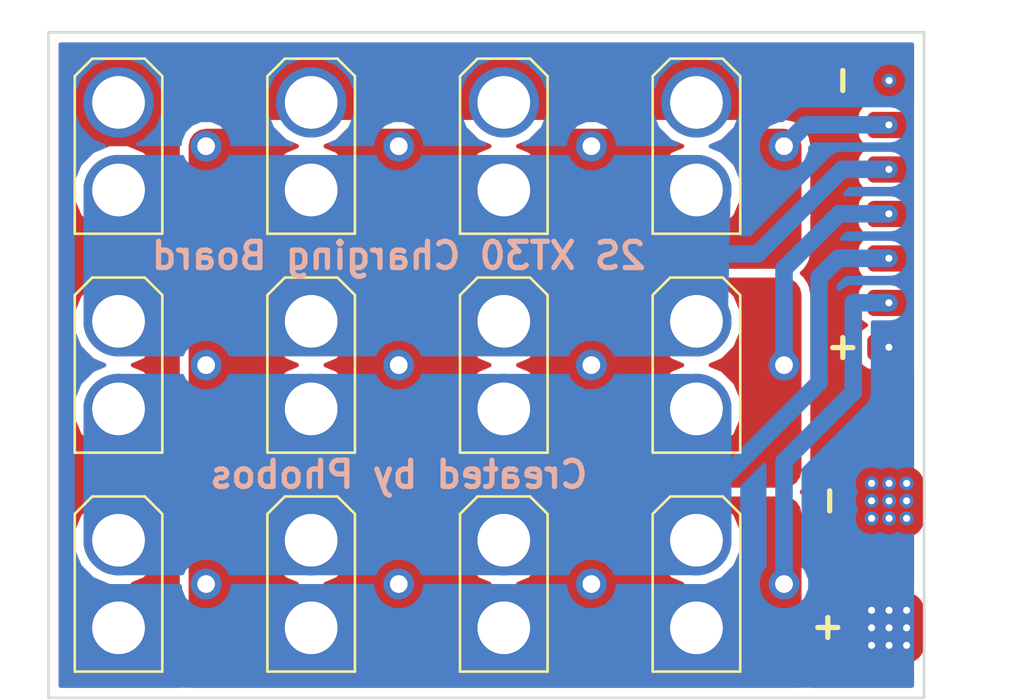
<source format=kicad_pcb>
(kicad_pcb (version 20171130) (host pcbnew "(5.0.0-rc2-215-g0748c118d)")

  (general
    (thickness 1.6)
    (drawings 11)
    (tracks 80)
    (zones 0)
    (modules 6)
    (nets 8)
  )

  (page A4)
  (layers
    (0 F.Cu signal)
    (31 B.Cu signal)
    (32 B.Adhes user)
    (33 F.Adhes user)
    (34 B.Paste user)
    (35 F.Paste user)
    (36 B.SilkS user)
    (37 F.SilkS user)
    (38 B.Mask user)
    (39 F.Mask user)
    (40 Dwgs.User user)
    (41 Cmts.User user)
    (42 Eco1.User user)
    (43 Eco2.User user)
    (44 Edge.Cuts user)
    (45 Margin user)
    (46 B.CrtYd user)
    (47 F.CrtYd user)
    (48 B.Fab user)
    (49 F.Fab user)
  )

  (setup
    (last_trace_width 0.25)
    (user_trace_width 1)
    (user_trace_width 3)
    (trace_clearance 0.2)
    (zone_clearance 0.5)
    (zone_45_only no)
    (trace_min 0.2)
    (segment_width 0.2)
    (edge_width 0.15)
    (via_size 0.8)
    (via_drill 0.4)
    (via_min_size 0.4)
    (via_min_drill 0.3)
    (user_via 1.75 1)
    (user_via 4 3)
    (uvia_size 0.3)
    (uvia_drill 0.1)
    (uvias_allowed no)
    (uvia_min_size 0.2)
    (uvia_min_drill 0.1)
    (pcb_text_width 0.3)
    (pcb_text_size 1.5 1.5)
    (mod_edge_width 0.15)
    (mod_text_size 1 1)
    (mod_text_width 0.15)
    (pad_size 1.524 1.524)
    (pad_drill 0.762)
    (pad_to_mask_clearance 0.2)
    (aux_axis_origin 0 0)
    (visible_elements 7FFFFFFF)
    (pcbplotparams
      (layerselection 0x010fc_ffffffff)
      (usegerberextensions false)
      (usegerberattributes false)
      (usegerberadvancedattributes false)
      (creategerberjobfile false)
      (excludeedgelayer true)
      (linewidth 0.100000)
      (plotframeref false)
      (viasonmask false)
      (mode 1)
      (useauxorigin false)
      (hpglpennumber 1)
      (hpglpenspeed 20)
      (hpglpendiameter 15.000000)
      (psnegative false)
      (psa4output false)
      (plotreference true)
      (plotvalue true)
      (plotinvisibletext false)
      (padsonsilk false)
      (subtractmaskfromsilk false)
      (outputformat 1)
      (mirror false)
      (drillshape 1)
      (scaleselection 1)
      (outputdirectory ""))
  )

  (net 0 "")
  (net 1 VCC)
  (net 2 GND)
  (net 3 "Net-(J1-Pad3)")
  (net 4 "Net-(J1-Pad6)")
  (net 5 "Net-(J1-Pad2)")
  (net 6 "Net-(J1-Pad5)")
  (net 7 "Net-(J1-Pad8)")

  (net_class Default "This is the default net class."
    (clearance 0.2)
    (trace_width 0.25)
    (via_dia 0.8)
    (via_drill 0.4)
    (uvia_dia 0.3)
    (uvia_drill 0.1)
    (add_net GND)
    (add_net "Net-(J1-Pad2)")
    (add_net "Net-(J1-Pad3)")
    (add_net "Net-(J1-Pad5)")
    (add_net "Net-(J1-Pad6)")
    (add_net "Net-(J1-Pad8)")
    (add_net VCC)
  )

  (module custom:xt30_3 (layer F.Cu) (tedit 5BAFA179) (tstamp 5BAF5C92)
    (at 139 103)
    (path /5BB0BEDF)
    (fp_text reference J4 (at 0 20) (layer F.SilkS) hide
      (effects (font (size 1 1) (thickness 0.15)))
    )
    (fp_text value Conn_01x09_Male (at 0 -20) (layer F.Fab)
      (effects (font (size 1 1) (thickness 0.15)))
    )
    (fp_line (start 2.5 -7.5) (end -2.5 -7.5) (layer F.SilkS) (width 0.15))
    (fp_line (start 2.5 5) (end -2.5 5) (layer F.SilkS) (width 0.15))
    (fp_line (start 2.5 17.5) (end -2.5 17.5) (layer F.SilkS) (width 0.15))
    (fp_line (start -2.5 17.5) (end -2.5 8.5) (layer F.SilkS) (width 0.15))
    (fp_line (start -2.5 8.5) (end -1.5 7.5) (layer F.SilkS) (width 0.15))
    (fp_line (start -1.5 7.5) (end 1.5 7.5) (layer F.SilkS) (width 0.15))
    (fp_line (start 1.5 7.5) (end 2.5 8.5) (layer F.SilkS) (width 0.15))
    (fp_line (start 2.5 8.5) (end 2.5 17.5) (layer F.SilkS) (width 0.15))
    (fp_line (start -2.5 5) (end -2.5 -4) (layer F.SilkS) (width 0.15))
    (fp_line (start -2.5 -4) (end -1.5 -5) (layer F.SilkS) (width 0.15))
    (fp_line (start -1.5 -5) (end 1.5 -5) (layer F.SilkS) (width 0.15))
    (fp_line (start 1.5 -5) (end 2.5 -4) (layer F.SilkS) (width 0.15))
    (fp_line (start 2.5 -4) (end 2.5 5) (layer F.SilkS) (width 0.15))
    (fp_line (start 2.5 -7.5) (end 2.5 -16.5) (layer F.SilkS) (width 0.15))
    (fp_line (start 2.5 -16.5) (end 1.5 -17.5) (layer F.SilkS) (width 0.15))
    (fp_line (start 1.5 -17.5) (end -1.5 -17.5) (layer F.SilkS) (width 0.15))
    (fp_line (start -1.5 -17.5) (end -2.5 -16.5) (layer F.SilkS) (width 0.15))
    (fp_line (start -2.5 -16.5) (end -2.5 -7.5) (layer F.SilkS) (width 0.15))
    (pad 2 thru_hole circle (at 5 12.5) (size 1.75 1.75) (drill 1) (layers *.Cu *.Mask)
      (net 5 "Net-(J1-Pad2)"))
    (pad 5 thru_hole circle (at 5 0) (size 1.75 1.75) (drill 1) (layers *.Cu *.Mask)
      (net 6 "Net-(J1-Pad5)"))
    (pad 8 thru_hole circle (at 5 -12.5) (size 1.75 1.75) (drill 1) (layers *.Cu *.Mask)
      (net 7 "Net-(J1-Pad8)"))
    (pad 1 thru_hole circle (at 0 15) (size 4 4) (drill 3) (layers *.Cu *.Mask)
      (net 1 VCC))
    (pad 3 thru_hole circle (at 0 10) (size 4 4) (drill 3) (layers *.Cu *.Mask)
      (net 3 "Net-(J1-Pad3)"))
    (pad 4 thru_hole circle (at 0 2.5) (size 4 4) (drill 3) (layers *.Cu *.Mask)
      (net 3 "Net-(J1-Pad3)"))
    (pad 6 thru_hole circle (at 0 -2.5) (size 4 4) (drill 3) (layers *.Cu *.Mask)
      (net 4 "Net-(J1-Pad6)"))
    (pad 7 thru_hole circle (at 0 -10) (size 4 4) (drill 3) (layers *.Cu *.Mask)
      (net 4 "Net-(J1-Pad6)"))
    (pad 9 thru_hole circle (at 0 -15) (size 4 4) (drill 3) (layers *.Cu *.Mask)
      (net 2 GND))
  )

  (module custom:xt30_3 (layer F.Cu) (tedit 5BAFA179) (tstamp 5BAF5C79)
    (at 128 103)
    (path /5BB0BEB7)
    (fp_text reference J3 (at 0 20) (layer F.SilkS) hide
      (effects (font (size 1 1) (thickness 0.15)))
    )
    (fp_text value Conn_01x09_Male (at 0 -20) (layer F.Fab)
      (effects (font (size 1 1) (thickness 0.15)))
    )
    (fp_line (start 2.5 -7.5) (end -2.5 -7.5) (layer F.SilkS) (width 0.15))
    (fp_line (start 2.5 5) (end -2.5 5) (layer F.SilkS) (width 0.15))
    (fp_line (start 2.5 17.5) (end -2.5 17.5) (layer F.SilkS) (width 0.15))
    (fp_line (start -2.5 17.5) (end -2.5 8.5) (layer F.SilkS) (width 0.15))
    (fp_line (start -2.5 8.5) (end -1.5 7.5) (layer F.SilkS) (width 0.15))
    (fp_line (start -1.5 7.5) (end 1.5 7.5) (layer F.SilkS) (width 0.15))
    (fp_line (start 1.5 7.5) (end 2.5 8.5) (layer F.SilkS) (width 0.15))
    (fp_line (start 2.5 8.5) (end 2.5 17.5) (layer F.SilkS) (width 0.15))
    (fp_line (start -2.5 5) (end -2.5 -4) (layer F.SilkS) (width 0.15))
    (fp_line (start -2.5 -4) (end -1.5 -5) (layer F.SilkS) (width 0.15))
    (fp_line (start -1.5 -5) (end 1.5 -5) (layer F.SilkS) (width 0.15))
    (fp_line (start 1.5 -5) (end 2.5 -4) (layer F.SilkS) (width 0.15))
    (fp_line (start 2.5 -4) (end 2.5 5) (layer F.SilkS) (width 0.15))
    (fp_line (start 2.5 -7.5) (end 2.5 -16.5) (layer F.SilkS) (width 0.15))
    (fp_line (start 2.5 -16.5) (end 1.5 -17.5) (layer F.SilkS) (width 0.15))
    (fp_line (start 1.5 -17.5) (end -1.5 -17.5) (layer F.SilkS) (width 0.15))
    (fp_line (start -1.5 -17.5) (end -2.5 -16.5) (layer F.SilkS) (width 0.15))
    (fp_line (start -2.5 -16.5) (end -2.5 -7.5) (layer F.SilkS) (width 0.15))
    (pad 2 thru_hole circle (at 5 12.5) (size 1.75 1.75) (drill 1) (layers *.Cu *.Mask)
      (net 5 "Net-(J1-Pad2)"))
    (pad 5 thru_hole circle (at 5 0) (size 1.75 1.75) (drill 1) (layers *.Cu *.Mask)
      (net 6 "Net-(J1-Pad5)"))
    (pad 8 thru_hole circle (at 5 -12.5) (size 1.75 1.75) (drill 1) (layers *.Cu *.Mask)
      (net 7 "Net-(J1-Pad8)"))
    (pad 1 thru_hole circle (at 0 15) (size 4 4) (drill 3) (layers *.Cu *.Mask)
      (net 1 VCC))
    (pad 3 thru_hole circle (at 0 10) (size 4 4) (drill 3) (layers *.Cu *.Mask)
      (net 3 "Net-(J1-Pad3)"))
    (pad 4 thru_hole circle (at 0 2.5) (size 4 4) (drill 3) (layers *.Cu *.Mask)
      (net 3 "Net-(J1-Pad3)"))
    (pad 6 thru_hole circle (at 0 -2.5) (size 4 4) (drill 3) (layers *.Cu *.Mask)
      (net 4 "Net-(J1-Pad6)"))
    (pad 7 thru_hole circle (at 0 -10) (size 4 4) (drill 3) (layers *.Cu *.Mask)
      (net 4 "Net-(J1-Pad6)"))
    (pad 9 thru_hole circle (at 0 -15) (size 4 4) (drill 3) (layers *.Cu *.Mask)
      (net 2 GND))
  )

  (module custom:xt30_3 (layer F.Cu) (tedit 5BAFA179) (tstamp 5BAF5C60)
    (at 117 103)
    (path /5BB0BE81)
    (fp_text reference J2 (at 0 20) (layer F.SilkS) hide
      (effects (font (size 1 1) (thickness 0.15)))
    )
    (fp_text value Conn_01x09_Male (at 0 -20) (layer F.Fab)
      (effects (font (size 1 1) (thickness 0.15)))
    )
    (fp_line (start 2.5 -7.5) (end -2.5 -7.5) (layer F.SilkS) (width 0.15))
    (fp_line (start 2.5 5) (end -2.5 5) (layer F.SilkS) (width 0.15))
    (fp_line (start 2.5 17.5) (end -2.5 17.5) (layer F.SilkS) (width 0.15))
    (fp_line (start -2.5 17.5) (end -2.5 8.5) (layer F.SilkS) (width 0.15))
    (fp_line (start -2.5 8.5) (end -1.5 7.5) (layer F.SilkS) (width 0.15))
    (fp_line (start -1.5 7.5) (end 1.5 7.5) (layer F.SilkS) (width 0.15))
    (fp_line (start 1.5 7.5) (end 2.5 8.5) (layer F.SilkS) (width 0.15))
    (fp_line (start 2.5 8.5) (end 2.5 17.5) (layer F.SilkS) (width 0.15))
    (fp_line (start -2.5 5) (end -2.5 -4) (layer F.SilkS) (width 0.15))
    (fp_line (start -2.5 -4) (end -1.5 -5) (layer F.SilkS) (width 0.15))
    (fp_line (start -1.5 -5) (end 1.5 -5) (layer F.SilkS) (width 0.15))
    (fp_line (start 1.5 -5) (end 2.5 -4) (layer F.SilkS) (width 0.15))
    (fp_line (start 2.5 -4) (end 2.5 5) (layer F.SilkS) (width 0.15))
    (fp_line (start 2.5 -7.5) (end 2.5 -16.5) (layer F.SilkS) (width 0.15))
    (fp_line (start 2.5 -16.5) (end 1.5 -17.5) (layer F.SilkS) (width 0.15))
    (fp_line (start 1.5 -17.5) (end -1.5 -17.5) (layer F.SilkS) (width 0.15))
    (fp_line (start -1.5 -17.5) (end -2.5 -16.5) (layer F.SilkS) (width 0.15))
    (fp_line (start -2.5 -16.5) (end -2.5 -7.5) (layer F.SilkS) (width 0.15))
    (pad 2 thru_hole circle (at 5 12.5) (size 1.75 1.75) (drill 1) (layers *.Cu *.Mask)
      (net 5 "Net-(J1-Pad2)"))
    (pad 5 thru_hole circle (at 5 0) (size 1.75 1.75) (drill 1) (layers *.Cu *.Mask)
      (net 6 "Net-(J1-Pad5)"))
    (pad 8 thru_hole circle (at 5 -12.5) (size 1.75 1.75) (drill 1) (layers *.Cu *.Mask)
      (net 7 "Net-(J1-Pad8)"))
    (pad 1 thru_hole circle (at 0 15) (size 4 4) (drill 3) (layers *.Cu *.Mask)
      (net 1 VCC))
    (pad 3 thru_hole circle (at 0 10) (size 4 4) (drill 3) (layers *.Cu *.Mask)
      (net 3 "Net-(J1-Pad3)"))
    (pad 4 thru_hole circle (at 0 2.5) (size 4 4) (drill 3) (layers *.Cu *.Mask)
      (net 3 "Net-(J1-Pad3)"))
    (pad 6 thru_hole circle (at 0 -2.5) (size 4 4) (drill 3) (layers *.Cu *.Mask)
      (net 4 "Net-(J1-Pad6)"))
    (pad 7 thru_hole circle (at 0 -10) (size 4 4) (drill 3) (layers *.Cu *.Mask)
      (net 4 "Net-(J1-Pad6)"))
    (pad 9 thru_hole circle (at 0 -15) (size 4 4) (drill 3) (layers *.Cu *.Mask)
      (net 2 GND))
  )

  (module custom:xt30_3 (layer F.Cu) (tedit 5BAFA179) (tstamp 5BAF89A4)
    (at 106 103)
    (path /5BB0BFD3)
    (fp_text reference J1 (at 0 20) (layer F.SilkS) hide
      (effects (font (size 1 1) (thickness 0.15)))
    )
    (fp_text value Conn_01x09_Male (at 0 -20) (layer F.Fab)
      (effects (font (size 1 1) (thickness 0.15)))
    )
    (fp_line (start 2.5 -7.5) (end -2.5 -7.5) (layer F.SilkS) (width 0.15))
    (fp_line (start 2.5 5) (end -2.5 5) (layer F.SilkS) (width 0.15))
    (fp_line (start 2.5 17.5) (end -2.5 17.5) (layer F.SilkS) (width 0.15))
    (fp_line (start -2.5 17.5) (end -2.5 8.5) (layer F.SilkS) (width 0.15))
    (fp_line (start -2.5 8.5) (end -1.5 7.5) (layer F.SilkS) (width 0.15))
    (fp_line (start -1.5 7.5) (end 1.5 7.5) (layer F.SilkS) (width 0.15))
    (fp_line (start 1.5 7.5) (end 2.5 8.5) (layer F.SilkS) (width 0.15))
    (fp_line (start 2.5 8.5) (end 2.5 17.5) (layer F.SilkS) (width 0.15))
    (fp_line (start -2.5 5) (end -2.5 -4) (layer F.SilkS) (width 0.15))
    (fp_line (start -2.5 -4) (end -1.5 -5) (layer F.SilkS) (width 0.15))
    (fp_line (start -1.5 -5) (end 1.5 -5) (layer F.SilkS) (width 0.15))
    (fp_line (start 1.5 -5) (end 2.5 -4) (layer F.SilkS) (width 0.15))
    (fp_line (start 2.5 -4) (end 2.5 5) (layer F.SilkS) (width 0.15))
    (fp_line (start 2.5 -7.5) (end 2.5 -16.5) (layer F.SilkS) (width 0.15))
    (fp_line (start 2.5 -16.5) (end 1.5 -17.5) (layer F.SilkS) (width 0.15))
    (fp_line (start 1.5 -17.5) (end -1.5 -17.5) (layer F.SilkS) (width 0.15))
    (fp_line (start -1.5 -17.5) (end -2.5 -16.5) (layer F.SilkS) (width 0.15))
    (fp_line (start -2.5 -16.5) (end -2.5 -7.5) (layer F.SilkS) (width 0.15))
    (pad 2 thru_hole circle (at 5 12.5) (size 1.75 1.75) (drill 1) (layers *.Cu *.Mask)
      (net 5 "Net-(J1-Pad2)"))
    (pad 5 thru_hole circle (at 5 0) (size 1.75 1.75) (drill 1) (layers *.Cu *.Mask)
      (net 6 "Net-(J1-Pad5)"))
    (pad 8 thru_hole circle (at 5 -12.5) (size 1.75 1.75) (drill 1) (layers *.Cu *.Mask)
      (net 7 "Net-(J1-Pad8)"))
    (pad 1 thru_hole circle (at 0 15) (size 4 4) (drill 3) (layers *.Cu *.Mask)
      (net 1 VCC))
    (pad 3 thru_hole circle (at 0 10) (size 4 4) (drill 3) (layers *.Cu *.Mask)
      (net 3 "Net-(J1-Pad3)"))
    (pad 4 thru_hole circle (at 0 2.5) (size 4 4) (drill 3) (layers *.Cu *.Mask)
      (net 3 "Net-(J1-Pad3)"))
    (pad 6 thru_hole circle (at 0 -2.5) (size 4 4) (drill 3) (layers *.Cu *.Mask)
      (net 4 "Net-(J1-Pad6)"))
    (pad 7 thru_hole circle (at 0 -10) (size 4 4) (drill 3) (layers *.Cu *.Mask)
      (net 4 "Net-(J1-Pad6)"))
    (pad 9 thru_hole circle (at 0 -15) (size 4 4) (drill 3) (layers *.Cu *.Mask)
      (net 2 GND))
  )

  (module custom:balance_plug (layer F.Cu) (tedit 5BAFA1EB) (tstamp 5BAF5FA5)
    (at 150 94.37)
    (path /5BB21CE2)
    (fp_text reference J6 (at 0 10.16) (layer F.SilkS) hide
      (effects (font (size 1 1) (thickness 0.15)))
    )
    (fp_text value Conn_01x07_Female (at 0 -8.89) (layer F.Fab)
      (effects (font (size 1 1) (thickness 0.15)))
    )
    (pad 1 smd roundrect (at 0 7.62) (size 2.5 1.5) (layers F.Cu F.Paste F.Mask) (roundrect_rratio 0.25)
      (net 1 VCC))
    (pad 2 smd roundrect (at 0 5.08) (size 2.5 1.5) (layers F.Cu F.Paste F.Mask) (roundrect_rratio 0.25)
      (net 5 "Net-(J1-Pad2)"))
    (pad 3 smd roundrect (at 0 2.54) (size 2.5 1.5) (layers F.Cu F.Paste F.Mask) (roundrect_rratio 0.25)
      (net 3 "Net-(J1-Pad3)"))
    (pad 4 smd roundrect (at 0 0) (size 2.5 1.5) (layers F.Cu F.Paste F.Mask) (roundrect_rratio 0.25)
      (net 6 "Net-(J1-Pad5)"))
    (pad 5 smd roundrect (at 0 -2.54) (size 2.5 1.5) (layers F.Cu F.Paste F.Mask) (roundrect_rratio 0.25)
      (net 4 "Net-(J1-Pad6)"))
    (pad 6 smd roundrect (at 0 -5.08) (size 2.5 1.5) (layers F.Cu F.Paste F.Mask) (roundrect_rratio 0.25)
      (net 7 "Net-(J1-Pad8)"))
    (pad 7 smd roundrect (at 0 -7.62) (size 2.5 1.5) (layers F.Cu F.Paste F.Mask) (roundrect_rratio 0.25)
      (net 2 GND))
  )

  (module custom:xt60_pad (layer F.Cu) (tedit 5BAFA200) (tstamp 5BAF5C2E)
    (at 150 114.4)
    (path /5BB5B31A)
    (fp_text reference J5 (at 0 0.762) (layer F.SilkS) hide
      (effects (font (size 1 1) (thickness 0.15)))
    )
    (fp_text value Conn_01x02_Female (at 0 -0.762) (layer F.Fab)
      (effects (font (size 1 1) (thickness 0.15)))
    )
    (pad 1 smd roundrect (at 0 3.6) (size 4 4) (layers F.Cu F.Paste F.Mask) (roundrect_rratio 0.25)
      (net 1 VCC))
    (pad 2 smd roundrect (at 0 -3.6) (size 4 4) (layers F.Cu F.Paste F.Mask) (roundrect_rratio 0.25)
      (net 2 GND))
  )

  (gr_text "2S XT30 Charging Board" (at 122 96.75) (layer B.SilkS)
    (effects (font (size 1.5 1.5) (thickness 0.3)) (justify mirror))
  )
  (gr_text "Created by Phobos" (at 122 109.25) (layer B.SilkS)
    (effects (font (size 1.5 1.5) (thickness 0.3)) (justify mirror))
  )
  (gr_text + (at 146.5 117.875) (layer F.SilkS)
    (effects (font (size 1.5 1.5) (thickness 0.3)))
  )
  (gr_text + (at 147.25 102 90) (layer F.SilkS)
    (effects (font (size 1.5 1.5) (thickness 0.3)))
  )
  (gr_text - (at 146.5 110.75 90) (layer F.SilkS)
    (effects (font (size 1.5 1.5) (thickness 0.3)))
  )
  (gr_text - (at 147.25 86.75 90) (layer F.SilkS)
    (effects (font (size 1.5 1.5) (thickness 0.3)))
  )
  (gr_line (start 102 122) (end 102 84) (layer Edge.Cuts) (width 0.15))
  (gr_line (start 152 122) (end 102 122) (layer Edge.Cuts) (width 0.15))
  (gr_line (start 152 84) (end 152 122) (layer Edge.Cuts) (width 0.15))
  (gr_line (start 151 84) (end 152 84) (layer Edge.Cuts) (width 0.15))
  (gr_line (start 102 84) (end 151 84) (layer Edge.Cuts) (width 0.15))

  (via (at 149.987 101.981) (size 0.8) (drill 0.4) (layers F.Cu B.Cu) (net 1))
  (via (at 151 119) (size 0.8) (drill 0.4) (layers F.Cu B.Cu) (net 1))
  (via (at 150 119) (size 0.8) (drill 0.4) (layers F.Cu B.Cu) (net 1))
  (via (at 149 119) (size 0.8) (drill 0.4) (layers F.Cu B.Cu) (net 1))
  (via (at 151 118) (size 0.8) (drill 0.4) (layers F.Cu B.Cu) (net 1))
  (via (at 150 118) (size 0.8) (drill 0.4) (layers F.Cu B.Cu) (net 1))
  (via (at 149 118) (size 0.8) (drill 0.4) (layers F.Cu B.Cu) (net 1))
  (via (at 151 117) (size 0.8) (drill 0.4) (layers F.Cu B.Cu) (net 1))
  (via (at 150 117) (size 0.8) (drill 0.4) (layers F.Cu B.Cu) (net 1))
  (via (at 149 117) (size 0.8) (drill 0.4) (layers F.Cu B.Cu) (net 1))
  (via (at 139 118) (size 4) (drill 3) (layers F.Cu B.Cu) (net 1))
  (via (at 128 118) (size 4) (drill 3) (layers F.Cu B.Cu) (net 1))
  (via (at 117 118) (size 4) (drill 3) (layers F.Cu B.Cu) (net 1))
  (via (at 106 118) (size 4) (drill 3) (layers F.Cu B.Cu) (net 1))
  (via (at 150 86.75) (size 0.8) (drill 0.4) (layers F.Cu B.Cu) (net 2))
  (via (at 151 111.75) (size 0.8) (drill 0.4) (layers F.Cu B.Cu) (net 2))
  (via (at 150 111.75) (size 0.8) (drill 0.4) (layers F.Cu B.Cu) (net 2))
  (via (at 149 111.75) (size 0.8) (drill 0.4) (layers F.Cu B.Cu) (net 2))
  (via (at 151 110.75) (size 0.8) (drill 0.4) (layers F.Cu B.Cu) (net 2))
  (via (at 150 110.75) (size 0.8) (drill 0.4) (layers F.Cu B.Cu) (net 2))
  (via (at 149 110.75) (size 0.8) (drill 0.4) (layers F.Cu B.Cu) (net 2))
  (via (at 151 109.75) (size 0.8) (drill 0.4) (layers F.Cu B.Cu) (net 2))
  (via (at 150 109.75) (size 0.8) (drill 0.4) (layers F.Cu B.Cu) (net 2))
  (via (at 149 109.75) (size 0.8) (drill 0.4) (layers F.Cu B.Cu) (net 2))
  (via (at 139 88) (size 4) (drill 3) (layers F.Cu B.Cu) (net 2))
  (via (at 128 88) (size 4) (drill 3) (layers F.Cu B.Cu) (net 2))
  (via (at 117 88) (size 4) (drill 3) (layers F.Cu B.Cu) (net 2))
  (via (at 106 88) (size 0.8) (drill 0.4) (layers F.Cu B.Cu) (net 2))
  (via (at 106 88) (size 0.8) (drill 0.4) (layers F.Cu B.Cu) (net 2) (tstamp 5BAF5F8F))
  (via (at 106 88) (size 4) (drill 3) (layers F.Cu B.Cu) (net 2))
  (via (at 149.987 96.901) (size 0.8) (drill 0.4) (layers F.Cu B.Cu) (net 3))
  (via (at 139 113) (size 4) (drill 3) (layers F.Cu B.Cu) (net 3))
  (via (at 128 113) (size 4) (drill 3) (layers F.Cu B.Cu) (net 3))
  (via (at 117 113) (size 4) (drill 3) (layers F.Cu B.Cu) (net 3))
  (via (at 106 113) (size 4) (drill 3) (layers F.Cu B.Cu) (net 3))
  (via (at 139 105.5) (size 4) (drill 3) (layers F.Cu B.Cu) (net 3))
  (via (at 128 105.5) (size 4) (drill 3) (layers F.Cu B.Cu) (net 3))
  (via (at 117 105.5) (size 4) (drill 3) (layers F.Cu B.Cu) (net 3))
  (via (at 106 105.5) (size 4) (drill 3) (layers F.Cu B.Cu) (net 3))
  (segment (start 140.5 109.5) (end 139 109.5) (width 1) (layer B.Cu) (net 3))
  (segment (start 146 104) (end 140.5 109.5) (width 1) (layer B.Cu) (net 3))
  (segment (start 146 98) (end 146 104) (width 1) (layer B.Cu) (net 3))
  (segment (start 149.987 96.901) (end 147.099 96.901) (width 1) (layer B.Cu) (net 3))
  (segment (start 147.099 96.901) (end 146 98) (width 1) (layer B.Cu) (net 3))
  (via (at 149.987 91.821) (size 0.8) (drill 0.4) (layers F.Cu B.Cu) (net 4))
  (via (at 139 100.5) (size 4) (drill 3) (layers F.Cu B.Cu) (net 4))
  (via (at 128 100.5) (size 4) (drill 3) (layers F.Cu B.Cu) (net 4))
  (via (at 117 100.5) (size 4) (drill 3) (layers F.Cu B.Cu) (net 4))
  (via (at 106 100.5) (size 4) (drill 3) (layers F.Cu B.Cu) (net 4))
  (via (at 139 93) (size 4) (drill 3) (layers F.Cu B.Cu) (net 4))
  (via (at 128 93) (size 4) (drill 3) (layers F.Cu B.Cu) (net 4))
  (via (at 117 93) (size 4) (drill 3) (layers F.Cu B.Cu) (net 4))
  (via (at 106 93) (size 4) (drill 3) (layers F.Cu B.Cu) (net 4))
  (segment (start 149.987 91.821) (end 147.32 91.821) (width 1) (layer B.Cu) (net 4))
  (segment (start 147.32 91.821) (end 142.494 96.647) (width 1) (layer B.Cu) (net 4))
  (segment (start 142.494 96.647) (end 139.065 96.647) (width 1) (layer B.Cu) (net 4))
  (via (at 149.987 99.441) (size 0.8) (drill 0.4) (layers F.Cu B.Cu) (net 5))
  (via (at 144 115.5) (size 1.75) (drill 1) (layers F.Cu B.Cu) (net 5))
  (via (at 133 115.5) (size 1.75) (drill 1) (layers F.Cu B.Cu) (net 5))
  (via (at 122 115.5) (size 1.75) (drill 1) (layers F.Cu B.Cu) (net 5))
  (via (at 111 115.5) (size 1.75) (drill 1) (layers F.Cu B.Cu) (net 5))
  (segment (start 144 108.5) (end 144 115.5) (width 1) (layer B.Cu) (net 5))
  (segment (start 147.955 104.545) (end 144 108.5) (width 1) (layer B.Cu) (net 5))
  (segment (start 149.987 99.441) (end 147.955 99.441) (width 1) (layer B.Cu) (net 5))
  (segment (start 147.955 99.441) (end 147.955 104.545) (width 1) (layer B.Cu) (net 5))
  (via (at 133 103) (size 1.75) (drill 1) (layers F.Cu B.Cu) (net 6))
  (via (at 122 103) (size 1.75) (drill 1) (layers F.Cu B.Cu) (net 6))
  (via (at 111 103) (size 1.75) (drill 1) (layers F.Cu B.Cu) (net 6))
  (via (at 144 103) (size 1.75) (drill 1) (layers F.Cu B.Cu) (net 6))
  (via (at 149.987 94.361) (size 0.8) (drill 0.4) (layers F.Cu B.Cu) (net 6))
  (segment (start 149.987 94.361) (end 147.139 94.361) (width 1) (layer B.Cu) (net 6))
  (segment (start 144 97.5) (end 144 103) (width 1) (layer B.Cu) (net 6))
  (segment (start 147.139 94.361) (end 144 97.5) (width 1) (layer B.Cu) (net 6))
  (via (at 133 90.5) (size 1.75) (drill 1) (layers F.Cu B.Cu) (net 7))
  (via (at 122 90.5) (size 1.75) (drill 1) (layers F.Cu B.Cu) (net 7))
  (via (at 149.987 89.281) (size 0.8) (drill 0.4) (layers F.Cu B.Cu) (net 7))
  (via (at 144 90.5) (size 1.75) (drill 1) (layers F.Cu B.Cu) (net 7))
  (segment (start 145.219 89.281) (end 144 90.5) (width 1) (layer B.Cu) (net 7))
  (segment (start 149.987 89.281) (end 145.219 89.281) (width 1) (layer B.Cu) (net 7))
  (via (at 111 90.5) (size 1.75) (drill 1) (layers F.Cu B.Cu) (net 7))

  (zone (net 3) (net_name "Net-(J1-Pad3)") (layer B.Cu) (tstamp 0) (hatch edge 0.508)
    (priority 1)
    (connect_pads yes (clearance 0.5))
    (min_thickness 0.25)
    (fill yes (arc_segments 16) (thermal_gap 0.5) (thermal_bridge_width 2) (smoothing fillet) (radius 2))
    (polygon
      (pts
        (xy 104 103.5) (xy 141 103.5) (xy 141 115) (xy 104 115)
      )
    )
    (filled_polygon
      (pts
        (xy 109.728361 103.849682) (xy 110.150318 104.271639) (xy 110.701631 104.5) (xy 111.298369 104.5) (xy 111.849682 104.271639)
        (xy 112.271639 103.849682) (xy 112.364705 103.625) (xy 120.635295 103.625) (xy 120.728361 103.849682) (xy 121.150318 104.271639)
        (xy 121.701631 104.5) (xy 122.298369 104.5) (xy 122.849682 104.271639) (xy 123.271639 103.849682) (xy 123.364705 103.625)
        (xy 131.635295 103.625) (xy 131.728361 103.849682) (xy 132.150318 104.271639) (xy 132.701631 104.5) (xy 133.298369 104.5)
        (xy 133.849682 104.271639) (xy 134.271639 103.849682) (xy 134.364705 103.625) (xy 138.991804 103.625) (xy 139.485008 103.689931)
        (xy 139.936961 103.877136) (xy 140.325063 104.174937) (xy 140.622864 104.563039) (xy 140.810069 105.014992) (xy 140.875 105.508196)
        (xy 140.875 112.991804) (xy 140.810069 113.485008) (xy 140.622864 113.936961) (xy 140.325063 114.325063) (xy 139.936961 114.622864)
        (xy 139.485008 114.810069) (xy 138.991804 114.875) (xy 134.364705 114.875) (xy 134.271639 114.650318) (xy 133.849682 114.228361)
        (xy 133.298369 114) (xy 132.701631 114) (xy 132.150318 114.228361) (xy 131.728361 114.650318) (xy 131.635295 114.875)
        (xy 123.364705 114.875) (xy 123.271639 114.650318) (xy 122.849682 114.228361) (xy 122.298369 114) (xy 121.701631 114)
        (xy 121.150318 114.228361) (xy 120.728361 114.650318) (xy 120.635295 114.875) (xy 112.364705 114.875) (xy 112.271639 114.650318)
        (xy 111.849682 114.228361) (xy 111.298369 114) (xy 110.701631 114) (xy 110.150318 114.228361) (xy 109.728361 114.650318)
        (xy 109.635295 114.875) (xy 106.008196 114.875) (xy 105.514992 114.810069) (xy 105.063039 114.622864) (xy 104.674937 114.325063)
        (xy 104.377136 113.936961) (xy 104.189931 113.485008) (xy 104.125 112.991804) (xy 104.125 105.508196) (xy 104.189931 105.014992)
        (xy 104.377136 104.563039) (xy 104.674937 104.174937) (xy 105.063039 103.877136) (xy 105.514992 103.689931) (xy 106.008196 103.625)
        (xy 109.635295 103.625)
      )
    )
  )
  (zone (net 4) (net_name "Net-(J1-Pad6)") (layer B.Cu) (tstamp 0) (hatch edge 0.508)
    (priority 1)
    (connect_pads yes (clearance 0.5))
    (min_thickness 0.25)
    (fill yes (arc_segments 16) (thermal_gap 0.5) (thermal_bridge_width 2) (smoothing fillet) (radius 2))
    (polygon
      (pts
        (xy 104 91) (xy 141 91) (xy 140.75 102.5) (xy 104 102.5)
      )
    )
    (filled_polygon
      (pts
        (xy 109.728361 91.349682) (xy 110.150318 91.771639) (xy 110.701631 92) (xy 111.298369 92) (xy 111.849682 91.771639)
        (xy 112.271639 91.349682) (xy 112.364705 91.125) (xy 120.635295 91.125) (xy 120.728361 91.349682) (xy 121.150318 91.771639)
        (xy 121.701631 92) (xy 122.298369 92) (xy 122.849682 91.771639) (xy 123.271639 91.349682) (xy 123.364705 91.125)
        (xy 131.635295 91.125) (xy 131.728361 91.349682) (xy 132.150318 91.771639) (xy 132.701631 92) (xy 133.298369 92)
        (xy 133.849682 91.771639) (xy 134.271639 91.349682) (xy 134.364705 91.125) (xy 138.947742 91.125) (xy 139.447603 91.191729)
        (xy 139.904727 91.383993) (xy 140.295411 91.689436) (xy 140.592294 92.08667) (xy 140.774576 92.547863) (xy 140.830426 93.049059)
        (xy 140.667774 100.531049) (xy 140.56446 101.109834) (xy 140.294198 101.620877) (xy 139.88099 102.0252) (xy 139.364194 102.28429)
        (xy 138.783307 102.375) (xy 134.364705 102.375) (xy 134.271639 102.150318) (xy 133.849682 101.728361) (xy 133.298369 101.5)
        (xy 132.701631 101.5) (xy 132.150318 101.728361) (xy 131.728361 102.150318) (xy 131.635295 102.375) (xy 123.364705 102.375)
        (xy 123.271639 102.150318) (xy 122.849682 101.728361) (xy 122.298369 101.5) (xy 121.701631 101.5) (xy 121.150318 101.728361)
        (xy 120.728361 102.150318) (xy 120.635295 102.375) (xy 112.364705 102.375) (xy 112.271639 102.150318) (xy 111.849682 101.728361)
        (xy 111.298369 101.5) (xy 110.701631 101.5) (xy 110.150318 101.728361) (xy 109.728361 102.150318) (xy 109.635295 102.375)
        (xy 106.008196 102.375) (xy 105.514992 102.310069) (xy 105.063039 102.122864) (xy 104.674937 101.825063) (xy 104.377136 101.436961)
        (xy 104.189931 100.985008) (xy 104.125 100.491804) (xy 104.125 93.008196) (xy 104.189931 92.514992) (xy 104.377136 92.063039)
        (xy 104.674937 91.674937) (xy 105.063039 91.377136) (xy 105.514992 91.189931) (xy 106.008196 91.125) (xy 109.635295 91.125)
      )
    )
  )
  (zone (net 2) (net_name GND) (layer F.Cu) (tstamp 0) (hatch edge 0.508)
    (connect_pads yes (clearance 0.5))
    (min_thickness 0.25)
    (fill yes (arc_segments 16) (thermal_gap 0.5) (thermal_bridge_width 2))
    (polygon
      (pts
        (xy 102 84) (xy 102 122) (xy 152 122) (xy 152 84)
      )
    )
    (filled_polygon
      (pts
        (xy 151.3 88.004952) (xy 151.262369 87.979808) (xy 150.875 87.902756) (xy 149.125 87.902756) (xy 148.737631 87.979808)
        (xy 148.409235 88.199235) (xy 148.189808 88.527631) (xy 148.112756 88.915) (xy 148.112756 89.665) (xy 148.189808 90.052369)
        (xy 148.409235 90.380765) (xy 148.677479 90.56) (xy 148.409235 90.739235) (xy 148.189808 91.067631) (xy 148.112756 91.455)
        (xy 148.112756 92.205) (xy 148.189808 92.592369) (xy 148.409235 92.920765) (xy 148.677479 93.1) (xy 148.409235 93.279235)
        (xy 148.189808 93.607631) (xy 148.112756 93.995) (xy 148.112756 94.745) (xy 148.189808 95.132369) (xy 148.409235 95.460765)
        (xy 148.677479 95.64) (xy 148.409235 95.819235) (xy 148.189808 96.147631) (xy 148.112756 96.535) (xy 148.112756 97.285)
        (xy 148.189808 97.672369) (xy 148.409235 98.000765) (xy 148.677479 98.18) (xy 148.409235 98.359235) (xy 148.189808 98.687631)
        (xy 148.112756 99.075) (xy 148.112756 99.825) (xy 148.189808 100.212369) (xy 148.409235 100.540765) (xy 148.677479 100.72)
        (xy 148.409235 100.899235) (xy 148.189808 101.227631) (xy 148.112756 101.615) (xy 148.112756 102.365) (xy 148.189808 102.752369)
        (xy 148.409235 103.080765) (xy 148.737631 103.300192) (xy 149.125 103.377244) (xy 150.875 103.377244) (xy 151.262369 103.300192)
        (xy 151.300001 103.275047) (xy 151.300001 115.42243) (xy 151 115.362756) (xy 149 115.362756) (xy 148.373454 115.487384)
        (xy 147.842294 115.842294) (xy 147.487384 116.373454) (xy 147.362756 117) (xy 147.362756 119) (xy 147.487384 119.626546)
        (xy 147.842294 120.157706) (xy 148.373454 120.512616) (xy 149 120.637244) (xy 151 120.637244) (xy 151.300001 120.57757)
        (xy 151.300001 121.3) (xy 145.577571 121.3) (xy 145.612991 121.121931) (xy 145.625 121) (xy 145.625 111.5)
        (xy 145.612991 111.378069) (xy 145.536871 110.995386) (xy 145.443549 110.770086) (xy 145.226776 110.445662) (xy 145.054338 110.273224)
        (xy 145.019581 110.25) (xy 145.054338 110.226776) (xy 145.226776 110.054338) (xy 145.443549 109.729914) (xy 145.536871 109.504614)
        (xy 145.612991 109.121931) (xy 145.625 109) (xy 145.625 99) (xy 145.612991 98.878069) (xy 145.536871 98.495386)
        (xy 145.443549 98.270086) (xy 145.226776 97.945662) (xy 145.054338 97.773224) (xy 145.019581 97.75) (xy 145.054338 97.726776)
        (xy 145.226776 97.554338) (xy 145.443549 97.229914) (xy 145.536871 97.004614) (xy 145.612991 96.621931) (xy 145.625 96.5)
        (xy 145.625 90.5) (xy 145.612991 90.378069) (xy 145.536871 89.995386) (xy 145.443549 89.770086) (xy 145.226776 89.445662)
        (xy 145.054338 89.273224) (xy 144.729914 89.056451) (xy 144.504614 88.963129) (xy 144.121931 88.887009) (xy 144 88.875)
        (xy 111 88.875) (xy 110.878069 88.887009) (xy 110.495386 88.963129) (xy 110.270086 89.056451) (xy 109.945662 89.273224)
        (xy 109.773224 89.445662) (xy 109.556451 89.770086) (xy 109.463129 89.995386) (xy 109.387009 90.378069) (xy 109.375 90.5)
        (xy 109.375 96.5) (xy 109.387009 96.621931) (xy 109.463129 97.004614) (xy 109.556451 97.229914) (xy 109.773224 97.554338)
        (xy 109.945662 97.726776) (xy 109.980419 97.75) (xy 109.945662 97.773224) (xy 109.773224 97.945662) (xy 109.556451 98.270086)
        (xy 109.463129 98.495386) (xy 109.387009 98.878069) (xy 109.375 99) (xy 109.375 109) (xy 109.387009 109.121931)
        (xy 109.463129 109.504614) (xy 109.556451 109.729914) (xy 109.773224 110.054338) (xy 109.945662 110.226776) (xy 109.980419 110.25)
        (xy 109.945662 110.273224) (xy 109.773224 110.445662) (xy 109.556451 110.770086) (xy 109.463129 110.995386) (xy 109.387009 111.378069)
        (xy 109.375 111.5) (xy 109.375 121) (xy 109.387009 121.121931) (xy 109.422429 121.3) (xy 102.7 121.3)
        (xy 102.7 112.477855) (xy 103.375 112.477855) (xy 103.375 113.522145) (xy 103.774632 114.486943) (xy 104.513057 115.225368)
        (xy 105.176078 115.5) (xy 104.513057 115.774632) (xy 103.774632 116.513057) (xy 103.375 117.477855) (xy 103.375 118.522145)
        (xy 103.774632 119.486943) (xy 104.513057 120.225368) (xy 105.477855 120.625) (xy 106.522145 120.625) (xy 107.486943 120.225368)
        (xy 108.225368 119.486943) (xy 108.625 118.522145) (xy 108.625 117.477855) (xy 108.225368 116.513057) (xy 107.486943 115.774632)
        (xy 106.823922 115.5) (xy 107.486943 115.225368) (xy 108.225368 114.486943) (xy 108.625 113.522145) (xy 108.625 112.477855)
        (xy 108.225368 111.513057) (xy 107.486943 110.774632) (xy 106.522145 110.375) (xy 105.477855 110.375) (xy 104.513057 110.774632)
        (xy 103.774632 111.513057) (xy 103.375 112.477855) (xy 102.7 112.477855) (xy 102.7 99.977855) (xy 103.375 99.977855)
        (xy 103.375 101.022145) (xy 103.774632 101.986943) (xy 104.513057 102.725368) (xy 105.176078 103) (xy 104.513057 103.274632)
        (xy 103.774632 104.013057) (xy 103.375 104.977855) (xy 103.375 106.022145) (xy 103.774632 106.986943) (xy 104.513057 107.725368)
        (xy 105.477855 108.125) (xy 106.522145 108.125) (xy 107.486943 107.725368) (xy 108.225368 106.986943) (xy 108.625 106.022145)
        (xy 108.625 104.977855) (xy 108.225368 104.013057) (xy 107.486943 103.274632) (xy 106.823922 103) (xy 107.486943 102.725368)
        (xy 108.225368 101.986943) (xy 108.625 101.022145) (xy 108.625 99.977855) (xy 108.225368 99.013057) (xy 107.486943 98.274632)
        (xy 106.522145 97.875) (xy 105.477855 97.875) (xy 104.513057 98.274632) (xy 103.774632 99.013057) (xy 103.375 99.977855)
        (xy 102.7 99.977855) (xy 102.7 92.477855) (xy 103.375 92.477855) (xy 103.375 93.522145) (xy 103.774632 94.486943)
        (xy 104.513057 95.225368) (xy 105.477855 95.625) (xy 106.522145 95.625) (xy 107.486943 95.225368) (xy 108.225368 94.486943)
        (xy 108.625 93.522145) (xy 108.625 92.477855) (xy 108.225368 91.513057) (xy 107.486943 90.774632) (xy 106.522145 90.375)
        (xy 105.477855 90.375) (xy 104.513057 90.774632) (xy 103.774632 91.513057) (xy 103.375 92.477855) (xy 102.7 92.477855)
        (xy 102.7 84.7) (xy 151.3 84.7)
      )
    )
  )
  (zone (net 1) (net_name VCC) (layer B.Cu) (tstamp 0) (hatch edge 0.508)
    (connect_pads yes (clearance 0.5))
    (min_thickness 0.25)
    (fill yes (arc_segments 16) (thermal_gap 0.5) (thermal_bridge_width 2) (smoothing fillet) (radius 2))
    (polygon
      (pts
        (xy 102 84) (xy 102 122) (xy 152 122) (xy 152 84)
      )
    )
    (filled_polygon
      (pts
        (xy 151.300001 108.764812) (xy 151.203885 108.725) (xy 150.796115 108.725) (xy 150.5 108.847655) (xy 150.203885 108.725)
        (xy 149.796115 108.725) (xy 149.5 108.847655) (xy 149.203885 108.725) (xy 148.796115 108.725) (xy 148.419384 108.881047)
        (xy 148.131047 109.169384) (xy 147.975 109.546115) (xy 147.975 109.953885) (xy 148.097655 110.25) (xy 147.975 110.546115)
        (xy 147.975 110.953885) (xy 148.097655 111.25) (xy 147.975 111.546115) (xy 147.975 111.953885) (xy 148.131047 112.330616)
        (xy 148.419384 112.618953) (xy 148.796115 112.775) (xy 149.203885 112.775) (xy 149.5 112.652345) (xy 149.796115 112.775)
        (xy 150.203885 112.775) (xy 150.5 112.652345) (xy 150.796115 112.775) (xy 151.203885 112.775) (xy 151.300001 112.735188)
        (xy 151.300001 121.3) (xy 102.7 121.3) (xy 102.7 87.477855) (xy 103.375 87.477855) (xy 103.375 88.522145)
        (xy 103.774632 89.486943) (xy 104.513057 90.225368) (xy 105.176078 90.5) (xy 104.513057 90.774632) (xy 103.774632 91.513057)
        (xy 103.375 92.477855) (xy 103.375 101.022145) (xy 103.774632 101.986943) (xy 104.513057 102.725368) (xy 105.176078 103)
        (xy 104.513057 103.274632) (xy 103.774632 104.013057) (xy 103.375 104.977855) (xy 103.375 113.522145) (xy 103.774632 114.486943)
        (xy 104.513057 115.225368) (xy 105.477855 115.625) (xy 109.5 115.625) (xy 109.5 115.798369) (xy 109.728361 116.349682)
        (xy 110.150318 116.771639) (xy 110.701631 117) (xy 111.298369 117) (xy 111.849682 116.771639) (xy 112.271639 116.349682)
        (xy 112.5 115.798369) (xy 112.5 115.625) (xy 120.5 115.625) (xy 120.5 115.798369) (xy 120.728361 116.349682)
        (xy 121.150318 116.771639) (xy 121.701631 117) (xy 122.298369 117) (xy 122.849682 116.771639) (xy 123.271639 116.349682)
        (xy 123.5 115.798369) (xy 123.5 115.625) (xy 131.5 115.625) (xy 131.5 115.798369) (xy 131.728361 116.349682)
        (xy 132.150318 116.771639) (xy 132.701631 117) (xy 133.298369 117) (xy 133.849682 116.771639) (xy 134.271639 116.349682)
        (xy 134.5 115.798369) (xy 134.5 115.625) (xy 139.522145 115.625) (xy 140.486943 115.225368) (xy 141.225368 114.486943)
        (xy 141.625 113.522145) (xy 141.625 109.965989) (xy 142.875 108.715989) (xy 142.875001 114.503678) (xy 142.728361 114.650318)
        (xy 142.5 115.201631) (xy 142.5 115.798369) (xy 142.728361 116.349682) (xy 143.150318 116.771639) (xy 143.701631 117)
        (xy 144.298369 117) (xy 144.849682 116.771639) (xy 145.271639 116.349682) (xy 145.5 115.798369) (xy 145.5 115.201631)
        (xy 145.271639 114.650318) (xy 145.125 114.503679) (xy 145.125 108.965989) (xy 148.672144 105.418846) (xy 148.76608 105.35608)
        (xy 148.917814 105.128993) (xy 149.014727 104.983954) (xy 149.10204 104.545) (xy 149.08 104.434197) (xy 149.08 100.566)
        (xy 150.097803 100.566) (xy 150.425953 100.500727) (xy 150.79808 100.25208) (xy 151.046727 99.879953) (xy 151.13404 99.441)
        (xy 151.046727 99.002047) (xy 150.79808 98.62992) (xy 150.425953 98.381273) (xy 150.097803 98.316) (xy 148.065803 98.316)
        (xy 147.955 98.29396) (xy 147.844197 98.316) (xy 147.516047 98.381273) (xy 147.14392 98.62992) (xy 147.125 98.658236)
        (xy 147.125 98.465989) (xy 147.56499 98.026) (xy 150.097803 98.026) (xy 150.425953 97.960727) (xy 150.79808 97.71208)
        (xy 151.046727 97.339953) (xy 151.13404 96.901) (xy 151.046727 96.462047) (xy 150.79808 96.08992) (xy 150.425953 95.841273)
        (xy 150.097803 95.776) (xy 147.31499 95.776) (xy 147.60499 95.486) (xy 150.097803 95.486) (xy 150.425953 95.420727)
        (xy 150.79808 95.17208) (xy 151.046727 94.799953) (xy 151.13404 94.361) (xy 151.046727 93.922047) (xy 150.79808 93.54992)
        (xy 150.425953 93.301273) (xy 150.097803 93.236) (xy 147.49599 93.236) (xy 147.78599 92.946) (xy 150.097803 92.946)
        (xy 150.425953 92.880727) (xy 150.79808 92.63208) (xy 151.046727 92.259953) (xy 151.13404 91.821) (xy 151.046727 91.382047)
        (xy 150.79808 91.00992) (xy 150.425953 90.761273) (xy 150.097803 90.696) (xy 147.430803 90.696) (xy 147.32 90.67396)
        (xy 146.881046 90.761273) (xy 146.736007 90.858186) (xy 146.50892 91.00992) (xy 146.446154 91.103856) (xy 142.028011 95.522)
        (xy 141.526843 95.522) (xy 141.567289 93.661471) (xy 141.625 93.522145) (xy 141.625 92.477855) (xy 141.225368 91.513057)
        (xy 140.486943 90.774632) (xy 139.823922 90.5) (xy 140.486943 90.225368) (xy 140.51068 90.201631) (xy 142.5 90.201631)
        (xy 142.5 90.798369) (xy 142.728361 91.349682) (xy 143.150318 91.771639) (xy 143.701631 92) (xy 144.298369 92)
        (xy 144.849682 91.771639) (xy 145.271639 91.349682) (xy 145.5 90.798369) (xy 145.5 90.59099) (xy 145.68499 90.406)
        (xy 150.097803 90.406) (xy 150.425953 90.340727) (xy 150.79808 90.09208) (xy 151.046727 89.719953) (xy 151.13404 89.281)
        (xy 151.046727 88.842047) (xy 150.79808 88.46992) (xy 150.425953 88.221273) (xy 150.097803 88.156) (xy 145.329801 88.156)
        (xy 145.218999 88.13396) (xy 145.108197 88.156) (xy 144.780047 88.221273) (xy 144.40792 88.46992) (xy 144.345154 88.563856)
        (xy 143.90901 89) (xy 143.701631 89) (xy 143.150318 89.228361) (xy 142.728361 89.650318) (xy 142.5 90.201631)
        (xy 140.51068 90.201631) (xy 141.225368 89.486943) (xy 141.625 88.522145) (xy 141.625 87.477855) (xy 141.239062 86.546115)
        (xy 148.975 86.546115) (xy 148.975 86.953885) (xy 149.131047 87.330616) (xy 149.419384 87.618953) (xy 149.796115 87.775)
        (xy 150.203885 87.775) (xy 150.580616 87.618953) (xy 150.868953 87.330616) (xy 151.025 86.953885) (xy 151.025 86.546115)
        (xy 150.868953 86.169384) (xy 150.580616 85.881047) (xy 150.203885 85.725) (xy 149.796115 85.725) (xy 149.419384 85.881047)
        (xy 149.131047 86.169384) (xy 148.975 86.546115) (xy 141.239062 86.546115) (xy 141.225368 86.513057) (xy 140.486943 85.774632)
        (xy 139.522145 85.375) (xy 138.477855 85.375) (xy 137.513057 85.774632) (xy 136.774632 86.513057) (xy 136.375 87.477855)
        (xy 136.375 88.522145) (xy 136.774632 89.486943) (xy 137.513057 90.225368) (xy 137.874301 90.375) (xy 134.5 90.375)
        (xy 134.5 90.201631) (xy 134.271639 89.650318) (xy 133.849682 89.228361) (xy 133.298369 89) (xy 132.701631 89)
        (xy 132.150318 89.228361) (xy 131.728361 89.650318) (xy 131.5 90.201631) (xy 131.5 90.375) (xy 129.125699 90.375)
        (xy 129.486943 90.225368) (xy 130.225368 89.486943) (xy 130.625 88.522145) (xy 130.625 87.477855) (xy 130.225368 86.513057)
        (xy 129.486943 85.774632) (xy 128.522145 85.375) (xy 127.477855 85.375) (xy 126.513057 85.774632) (xy 125.774632 86.513057)
        (xy 125.375 87.477855) (xy 125.375 88.522145) (xy 125.774632 89.486943) (xy 126.513057 90.225368) (xy 126.874301 90.375)
        (xy 123.5 90.375) (xy 123.5 90.201631) (xy 123.271639 89.650318) (xy 122.849682 89.228361) (xy 122.298369 89)
        (xy 121.701631 89) (xy 121.150318 89.228361) (xy 120.728361 89.650318) (xy 120.5 90.201631) (xy 120.5 90.375)
        (xy 118.125699 90.375) (xy 118.486943 90.225368) (xy 119.225368 89.486943) (xy 119.625 88.522145) (xy 119.625 87.477855)
        (xy 119.225368 86.513057) (xy 118.486943 85.774632) (xy 117.522145 85.375) (xy 116.477855 85.375) (xy 115.513057 85.774632)
        (xy 114.774632 86.513057) (xy 114.375 87.477855) (xy 114.375 88.522145) (xy 114.774632 89.486943) (xy 115.513057 90.225368)
        (xy 115.874301 90.375) (xy 112.5 90.375) (xy 112.5 90.201631) (xy 112.271639 89.650318) (xy 111.849682 89.228361)
        (xy 111.298369 89) (xy 110.701631 89) (xy 110.150318 89.228361) (xy 109.728361 89.650318) (xy 109.5 90.201631)
        (xy 109.5 90.375) (xy 107.125699 90.375) (xy 107.486943 90.225368) (xy 108.225368 89.486943) (xy 108.625 88.522145)
        (xy 108.625 87.477855) (xy 108.225368 86.513057) (xy 107.486943 85.774632) (xy 106.522145 85.375) (xy 105.477855 85.375)
        (xy 104.513057 85.774632) (xy 103.774632 86.513057) (xy 103.375 87.477855) (xy 102.7 87.477855) (xy 102.7 84.7)
        (xy 151.3 84.7)
      )
    )
  )
  (zone (net 7) (net_name "Net-(J1-Pad8)") (layer F.Cu) (tstamp 5BAFB508) (hatch edge 0.508)
    (priority 1)
    (connect_pads yes (clearance 0.5))
    (min_thickness 0.25)
    (fill yes (arc_segments 16) (thermal_gap 0.5) (thermal_bridge_width 0.508) (smoothing fillet) (radius 1))
    (polygon
      (pts
        (xy 110 89.5) (xy 110 97.5) (xy 145 97.5) (xy 145 89.5)
      )
    )
    (filled_polygon
      (pts
        (xy 115.513057 90.225368) (xy 116.176078 90.5) (xy 115.513057 90.774632) (xy 114.774632 91.513057) (xy 114.375 92.477855)
        (xy 114.375 93.522145) (xy 114.774632 94.486943) (xy 115.513057 95.225368) (xy 116.477855 95.625) (xy 117.522145 95.625)
        (xy 118.486943 95.225368) (xy 119.225368 94.486943) (xy 119.625 93.522145) (xy 119.625 92.477855) (xy 119.225368 91.513057)
        (xy 118.486943 90.774632) (xy 117.823922 90.5) (xy 118.486943 90.225368) (xy 119.087311 89.625) (xy 125.912689 89.625)
        (xy 126.513057 90.225368) (xy 127.176078 90.5) (xy 126.513057 90.774632) (xy 125.774632 91.513057) (xy 125.375 92.477855)
        (xy 125.375 93.522145) (xy 125.774632 94.486943) (xy 126.513057 95.225368) (xy 127.477855 95.625) (xy 128.522145 95.625)
        (xy 129.486943 95.225368) (xy 130.225368 94.486943) (xy 130.625 93.522145) (xy 130.625 92.477855) (xy 130.225368 91.513057)
        (xy 129.486943 90.774632) (xy 128.823922 90.5) (xy 129.486943 90.225368) (xy 130.087311 89.625) (xy 136.912689 89.625)
        (xy 137.513057 90.225368) (xy 138.176078 90.5) (xy 137.513057 90.774632) (xy 136.774632 91.513057) (xy 136.375 92.477855)
        (xy 136.375 93.522145) (xy 136.774632 94.486943) (xy 137.513057 95.225368) (xy 138.477855 95.625) (xy 139.522145 95.625)
        (xy 140.486943 95.225368) (xy 141.225368 94.486943) (xy 141.625 93.522145) (xy 141.625 92.477855) (xy 141.225368 91.513057)
        (xy 140.486943 90.774632) (xy 139.823922 90.5) (xy 140.486943 90.225368) (xy 141.087311 89.625) (xy 143.98769 89.625)
        (xy 144.33391 89.693867) (xy 144.616987 89.883013) (xy 144.806133 90.16609) (xy 144.875 90.51231) (xy 144.875 96.48769)
        (xy 144.806133 96.83391) (xy 144.616987 97.116987) (xy 144.33391 97.306133) (xy 143.98769 97.375) (xy 111.01231 97.375)
        (xy 110.66609 97.306133) (xy 110.383013 97.116987) (xy 110.193867 96.83391) (xy 110.125 96.48769) (xy 110.125 90.51231)
        (xy 110.193867 90.16609) (xy 110.383013 89.883013) (xy 110.66609 89.693867) (xy 111.01231 89.625) (xy 114.912689 89.625)
      )
    )
  )
  (zone (net 6) (net_name "Net-(J1-Pad5)") (layer F.Cu) (tstamp 0) (hatch edge 0.508)
    (priority 1)
    (connect_pads yes (clearance 0.5))
    (min_thickness 0.25)
    (fill yes (arc_segments 16) (thermal_gap 0.5) (thermal_bridge_width 0.508) (smoothing fillet) (radius 1))
    (polygon
      (pts
        (xy 110 98) (xy 145 98) (xy 145 110) (xy 110 110)
      )
    )
    (filled_polygon
      (pts
        (xy 115.513057 98.274632) (xy 114.774632 99.013057) (xy 114.375 99.977855) (xy 114.375 101.022145) (xy 114.774632 101.986943)
        (xy 115.513057 102.725368) (xy 116.176078 103) (xy 115.513057 103.274632) (xy 114.774632 104.013057) (xy 114.375 104.977855)
        (xy 114.375 106.022145) (xy 114.774632 106.986943) (xy 115.513057 107.725368) (xy 116.477855 108.125) (xy 117.522145 108.125)
        (xy 118.486943 107.725368) (xy 119.225368 106.986943) (xy 119.625 106.022145) (xy 119.625 104.977855) (xy 119.225368 104.013057)
        (xy 118.486943 103.274632) (xy 117.823922 103) (xy 118.486943 102.725368) (xy 119.225368 101.986943) (xy 119.625 101.022145)
        (xy 119.625 99.977855) (xy 119.225368 99.013057) (xy 118.486943 98.274632) (xy 118.125699 98.125) (xy 126.874301 98.125)
        (xy 126.513057 98.274632) (xy 125.774632 99.013057) (xy 125.375 99.977855) (xy 125.375 101.022145) (xy 125.774632 101.986943)
        (xy 126.513057 102.725368) (xy 127.176078 103) (xy 126.513057 103.274632) (xy 125.774632 104.013057) (xy 125.375 104.977855)
        (xy 125.375 106.022145) (xy 125.774632 106.986943) (xy 126.513057 107.725368) (xy 127.477855 108.125) (xy 128.522145 108.125)
        (xy 129.486943 107.725368) (xy 130.225368 106.986943) (xy 130.625 106.022145) (xy 130.625 104.977855) (xy 130.225368 104.013057)
        (xy 129.486943 103.274632) (xy 128.823922 103) (xy 129.486943 102.725368) (xy 130.225368 101.986943) (xy 130.625 101.022145)
        (xy 130.625 99.977855) (xy 130.225368 99.013057) (xy 129.486943 98.274632) (xy 129.125699 98.125) (xy 137.874301 98.125)
        (xy 137.513057 98.274632) (xy 136.774632 99.013057) (xy 136.375 99.977855) (xy 136.375 101.022145) (xy 136.774632 101.986943)
        (xy 137.513057 102.725368) (xy 138.176078 103) (xy 137.513057 103.274632) (xy 136.774632 104.013057) (xy 136.375 104.977855)
        (xy 136.375 106.022145) (xy 136.774632 106.986943) (xy 137.513057 107.725368) (xy 138.477855 108.125) (xy 139.522145 108.125)
        (xy 140.486943 107.725368) (xy 141.225368 106.986943) (xy 141.625 106.022145) (xy 141.625 104.977855) (xy 141.225368 104.013057)
        (xy 140.486943 103.274632) (xy 139.823922 103) (xy 140.486943 102.725368) (xy 141.225368 101.986943) (xy 141.625 101.022145)
        (xy 141.625 99.977855) (xy 141.225368 99.013057) (xy 140.486943 98.274632) (xy 140.125699 98.125) (xy 143.98769 98.125)
        (xy 144.33391 98.193867) (xy 144.616987 98.383013) (xy 144.806133 98.66609) (xy 144.875 99.01231) (xy 144.875 108.98769)
        (xy 144.806133 109.33391) (xy 144.616987 109.616987) (xy 144.33391 109.806133) (xy 143.98769 109.875) (xy 111.01231 109.875)
        (xy 110.66609 109.806133) (xy 110.383013 109.616987) (xy 110.193867 109.33391) (xy 110.125 108.98769) (xy 110.125 99.01231)
        (xy 110.193867 98.66609) (xy 110.383013 98.383013) (xy 110.66609 98.193867) (xy 111.01231 98.125) (xy 115.874301 98.125)
      )
    )
  )
  (zone (net 5) (net_name "Net-(J1-Pad2)") (layer F.Cu) (tstamp 0) (hatch edge 0.508)
    (priority 1)
    (connect_pads yes (clearance 0.5))
    (min_thickness 0.25)
    (fill yes (arc_segments 16) (thermal_gap 0.5) (thermal_bridge_width 0.508) (smoothing fillet) (radius 1))
    (polygon
      (pts
        (xy 110 110.5) (xy 145 110.5) (xy 145 122) (xy 110 122)
      )
    )
    (filled_polygon
      (pts
        (xy 115.513057 110.774632) (xy 114.774632 111.513057) (xy 114.375 112.477855) (xy 114.375 113.522145) (xy 114.774632 114.486943)
        (xy 115.513057 115.225368) (xy 116.176078 115.5) (xy 115.513057 115.774632) (xy 114.774632 116.513057) (xy 114.375 117.477855)
        (xy 114.375 118.522145) (xy 114.774632 119.486943) (xy 115.513057 120.225368) (xy 116.477855 120.625) (xy 117.522145 120.625)
        (xy 118.486943 120.225368) (xy 119.225368 119.486943) (xy 119.625 118.522145) (xy 119.625 117.477855) (xy 119.225368 116.513057)
        (xy 118.486943 115.774632) (xy 117.823922 115.5) (xy 118.486943 115.225368) (xy 119.225368 114.486943) (xy 119.625 113.522145)
        (xy 119.625 112.477855) (xy 119.225368 111.513057) (xy 118.486943 110.774632) (xy 118.125699 110.625) (xy 126.874301 110.625)
        (xy 126.513057 110.774632) (xy 125.774632 111.513057) (xy 125.375 112.477855) (xy 125.375 113.522145) (xy 125.774632 114.486943)
        (xy 126.513057 115.225368) (xy 127.176078 115.5) (xy 126.513057 115.774632) (xy 125.774632 116.513057) (xy 125.375 117.477855)
        (xy 125.375 118.522145) (xy 125.774632 119.486943) (xy 126.513057 120.225368) (xy 127.477855 120.625) (xy 128.522145 120.625)
        (xy 129.486943 120.225368) (xy 130.225368 119.486943) (xy 130.625 118.522145) (xy 130.625 117.477855) (xy 130.225368 116.513057)
        (xy 129.486943 115.774632) (xy 128.823922 115.5) (xy 129.486943 115.225368) (xy 130.225368 114.486943) (xy 130.625 113.522145)
        (xy 130.625 112.477855) (xy 130.225368 111.513057) (xy 129.486943 110.774632) (xy 129.125699 110.625) (xy 137.874301 110.625)
        (xy 137.513057 110.774632) (xy 136.774632 111.513057) (xy 136.375 112.477855) (xy 136.375 113.522145) (xy 136.774632 114.486943)
        (xy 137.513057 115.225368) (xy 138.176078 115.5) (xy 137.513057 115.774632) (xy 136.774632 116.513057) (xy 136.375 117.477855)
        (xy 136.375 118.522145) (xy 136.774632 119.486943) (xy 137.513057 120.225368) (xy 138.477855 120.625) (xy 139.522145 120.625)
        (xy 140.486943 120.225368) (xy 141.225368 119.486943) (xy 141.625 118.522145) (xy 141.625 117.477855) (xy 141.225368 116.513057)
        (xy 140.486943 115.774632) (xy 139.823922 115.5) (xy 140.486943 115.225368) (xy 141.225368 114.486943) (xy 141.625 113.522145)
        (xy 141.625 112.477855) (xy 141.225368 111.513057) (xy 140.486943 110.774632) (xy 140.125699 110.625) (xy 143.98769 110.625)
        (xy 144.33391 110.693867) (xy 144.616987 110.883013) (xy 144.806133 111.16609) (xy 144.875 111.51231) (xy 144.875 120.98769)
        (xy 144.812878 121.3) (xy 110.187122 121.3) (xy 110.125 120.98769) (xy 110.125 111.51231) (xy 110.193867 111.16609)
        (xy 110.383013 110.883013) (xy 110.66609 110.693867) (xy 111.01231 110.625) (xy 115.874301 110.625)
      )
    )
  )
)

</source>
